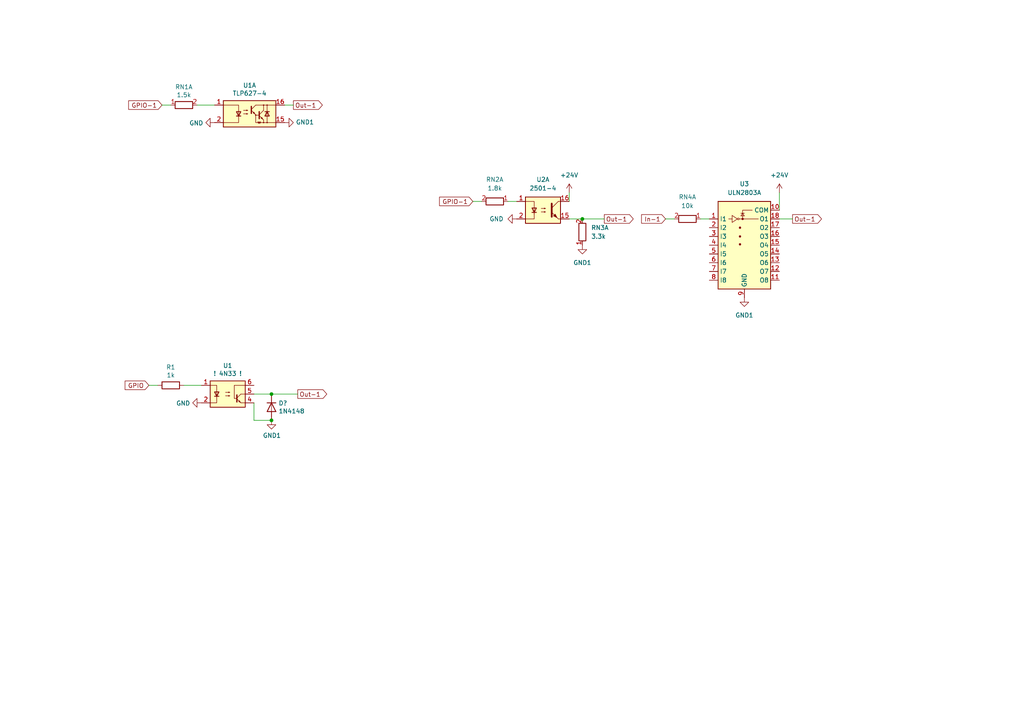
<source format=kicad_sch>
(kicad_sch (version 20230121) (generator eeschema)
  (paper "A4")
  (lib_symbols
    (symbol "Device:R" (pin_numbers hide) (pin_names (offset 0))
      (property "Reference" "R" (at 2.032 0 90))
      (property "Value" "R" (at 0 0 90))
      (symbol "R_0_1"
        (rectangle (start -1.016 -2.54) (end 1.016 2.54) (stroke (width 0.254)))
      )
      (symbol "R_1_1"
        (pin passive line (at 0 3.81 270) (length 1.27) (name "~") (number "1"))
        (pin passive line (at 0 -3.81 90) (length 1.27) (name "~") (number "2"))
      )
    )
    (symbol "Device:R_Network04_Split" (pin_names (offset 0) hide)
      (property "Reference" "RN" (at 2.032 0 90))
      (property "Value" "R_Network04_Split" (at 0 0 90))
      (symbol "R_Network04_Split_0_1"
        (rectangle (start 1.016 2.54) (end -1.016 -2.54) (stroke (width 0.254)))
        (pin passive line (at 0 3.81 270) (length 1.27) (name "R1") (number "1"))
      )
      (symbol "R_Network04_Split_1_1"
        (pin passive line (at 0 -3.81 90) (length 1.27) (name "R1.2") (number "2"))
      )
      (symbol "R_Network04_Split_2_1"
        (pin passive line (at 0 -3.81 90) (length 1.27) (name "R2.2") (number "3"))
      )
      (symbol "R_Network04_Split_3_1"
        (pin passive line (at 0 -3.81 90) (length 1.27) (name "R3.2") (number "4"))
      )
      (symbol "R_Network04_Split_4_1"
        (pin passive line (at 0 -3.81 90) (length 1.27) (name "R4.2") (number "5"))
      )
    )
    (symbol "Device:R_Pack04_SIP_Split" (pin_names (offset 0) hide)
      (property "Reference" "RN" (at 2.032 0 90))
      (property "Value" "R_Pack04_SIP_Split" (at 0 0 90))
      (symbol "R_Pack04_SIP_Split_0_1"
        (rectangle (start 1.016 2.54) (end -1.016 -2.54) (stroke (width 0.254)))
      )
      (symbol "R_Pack04_SIP_Split_1_1"
        (pin passive line (at 0 -3.81 90) (length 1.27) (name "R1.1") (number "1"))
        (pin passive line (at 0 3.81 270) (length 1.27) (name "R1.2") (number "2"))
      )
      (symbol "R_Pack04_SIP_Split_2_1"
        (pin passive line (at 0 -3.81 90) (length 1.27) (name "R2.1") (number "3"))
        (pin passive line (at 0 3.81 270) (length 1.27) (name "R2.2") (number "4"))
      )
      (symbol "R_Pack04_SIP_Split_3_1"
        (pin passive line (at 0 -3.81 90) (length 1.27) (name "R3.1") (number "5"))
        (pin passive line (at 0 3.81 270) (length 1.27) (name "R3.2") (number "6"))
      )
      (symbol "R_Pack04_SIP_Split_4_1"
        (pin passive line (at 0 -3.81 90) (length 1.27) (name "R4.1") (number "7"))
        (pin passive line (at 0 3.81 270) (length 1.27) (name "R4.2") (number "8"))
      )
    )
    (symbol "Diode:1N4148" (pin_numbers hide) (pin_names hide)
      (property "Reference" "D" (at 0 2.54 0))
      (property "Value" "1N4148" (at 0 -2.54 0))
      (symbol "1N4148_0_1"
        (polyline (pts (xy -1.27 1.27) (xy -1.27 -1.27)) (stroke (width 0.254)))
        (polyline (pts (xy 1.27 0) (xy -1.27 0)))
        (polyline (pts (xy 1.27 1.27) (xy 1.27 -1.27) (xy -1.27 0) (xy 1.27 1.27)) (stroke (width 0.254)))
      )
      (symbol "1N4148_1_1"
        (pin passive line (at -3.81 0 0) (length 2.54) (name "K") (number "1"))
        (pin passive line (at 3.81 0 180) (length 2.54) (name "A") (number "2"))
      )
    )
    (symbol "Isolator:4N28" (pin_names (offset 1.016))
      (property "Reference" "U" (at -5.08 5.08 0))
      (property "Value" "4N28" (at 0 5.08 0))
      (symbol "4N28_0_1"
        (rectangle (start -5.08 3.81) (end 5.08 -3.81) (stroke (width 0.254)) (fill (type background)))
        (polyline (pts (xy -3.81 -0.635) (xy -2.54 -0.635)) (stroke (width 0.254)))
        (polyline (pts (xy 2.667 -1.397) (xy 3.81 -2.54)))
        (polyline (pts (xy 2.667 -1.143) (xy 3.81 0)))
        (polyline (pts (xy 3.81 -2.54) (xy 5.08 -2.54)))
        (polyline (pts (xy 3.81 0) (xy 5.08 0)))
        (polyline (pts (xy 2.667 -0.254) (xy 2.667 -2.286) (xy 2.667 -2.286)) (stroke (width 0.3556)))
        (polyline (pts (xy -5.08 -2.54) (xy -3.175 -2.54) (xy -3.175 2.54) (xy -5.08 2.54)))
        (polyline (pts (xy -3.175 -0.635) (xy -3.81 0.635) (xy -2.54 0.635) (xy -3.175 -0.635)) (stroke (width 0.254)))
        (polyline (pts (xy 3.683 -2.413) (xy 3.429 -1.905) (xy 3.175 -2.159) (xy 3.683 -2.413)))
        (polyline (pts (xy 5.08 2.54) (xy 1.905 2.54) (xy 1.905 -1.27) (xy 2.54 -1.27)))
        (polyline (pts (xy -0.635 -0.508) (xy 0.635 -0.508) (xy 0.254 -0.635) (xy 0.254 -0.381) (xy 0.635 -0.508)))
        (polyline (pts (xy -0.635 0.508) (xy 0.635 0.508) (xy 0.254 0.381) (xy 0.254 0.635) (xy 0.635 0.508)))
      )
      (symbol "4N28_1_1"
        (pin passive line (at -7.62 2.54 0) (length 2.54) (name "~") (number "1"))
        (pin passive line (at -7.62 -2.54 0) (length 2.54) (name "~") (number "2"))
        (pin no_connect line (at -5.08 0 0) (length 2.54) hide (name "NC") (number "3"))
        (pin passive line (at 7.62 -2.54 180) (length 2.54) (name "~") (number "4"))
        (pin passive line (at 7.62 0 180) (length 2.54) (name "~") (number "5"))
        (pin passive line (at 7.62 2.54 180) (length 2.54) (name "~") (number "6"))
      )
    )
    (symbol "Isolator:PC847" (pin_names (offset 1.016))
      (property "Reference" "U" (at -5.08 5.08 0))
      (property "Value" "PC847" (at 0 5.08 0))
      (symbol "PC847_0_1"
        (rectangle (start -5.08 3.81) (end 5.08 -3.81) (stroke (width 0.254)) (fill (type background)))
        (polyline (pts (xy -3.175 -0.635) (xy -1.905 -0.635)) (stroke (width 0.254)))
        (polyline (pts (xy 2.54 0.635) (xy 4.445 2.54)))
        (polyline (pts (xy 4.445 -2.54) (xy 2.54 -0.635)) (fill (type outline)))
        (polyline (pts (xy 4.445 -2.54) (xy 5.08 -2.54)))
        (polyline (pts (xy 4.445 2.54) (xy 5.08 2.54)))
        (polyline (pts (xy -2.54 -0.635) (xy -2.54 -2.54) (xy -5.08 -2.54)))
        (polyline (pts (xy 2.54 1.905) (xy 2.54 -1.905) (xy 2.54 -1.905)) (stroke (width 0.508)))
        (polyline (pts (xy -5.08 2.54) (xy -2.54 2.54) (xy -2.54 -1.27) (xy -2.54 0.635)))
        (polyline (pts (xy -2.54 -0.635) (xy -3.175 0.635) (xy -1.905 0.635) (xy -2.54 -0.635)) (stroke (width 0.254)))
        (polyline (pts (xy -0.508 -0.508) (xy 0.762 -0.508) (xy 0.381 -0.635) (xy 0.381 -0.381) (xy 0.762 -0.508)))
        (polyline (pts (xy -0.508 0.508) (xy 0.762 0.508) (xy 0.381 0.381) (xy 0.381 0.635) (xy 0.762 0.508)))
        (polyline (pts (xy 3.048 -1.651) (xy 3.556 -1.143) (xy 4.064 -2.159) (xy 3.048 -1.651) (xy 3.048 -1.651)) (fill (type outline)))
      )
      (symbol "PC847_1_1"
        (pin passive line (at -7.62 2.54 0) (length 2.54) (name "~") (number "1"))
        (pin passive line (at 7.62 -2.54 180) (length 2.54) (name "~") (number "15"))
        (pin passive line (at 7.62 2.54 180) (length 2.54) (name "~") (number "16"))
        (pin passive line (at -7.62 -2.54 0) (length 2.54) (name "~") (number "2"))
      )
      (symbol "PC847_2_1"
        (pin passive line (at 7.62 -2.54 180) (length 2.54) (name "~") (number "13"))
        (pin passive line (at 7.62 2.54 180) (length 2.54) (name "~") (number "14"))
        (pin passive line (at -7.62 2.54 0) (length 2.54) (name "~") (number "3"))
        (pin passive line (at -7.62 -2.54 0) (length 2.54) (name "~") (number "4"))
      )
      (symbol "PC847_3_1"
        (pin passive line (at 7.62 -2.54 180) (length 2.54) (name "~") (number "11"))
        (pin passive line (at 7.62 2.54 180) (length 2.54) (name "~") (number "12"))
        (pin passive line (at -7.62 2.54 0) (length 2.54) (name "~") (number "5"))
        (pin passive line (at -7.62 -2.54 0) (length 2.54) (name "~") (number "6"))
      )
      (symbol "PC847_4_1"
        (pin passive line (at 7.62 2.54 180) (length 2.54) (name "~") (number "10"))
        (pin passive line (at -7.62 2.54 0) (length 2.54) (name "~") (number "7"))
        (pin passive line (at -7.62 -2.54 0) (length 2.54) (name "~") (number "8"))
        (pin passive line (at 7.62 -2.54 180) (length 2.54) (name "~") (number "9"))
      )
    )
    (symbol "Isolator:TLP627-4" (pin_names (offset 1.016))
      (property "Reference" "U" (at -7.62 5.08 0))
      (property "Value" "TLP627-4" (at 0 5.08 0))
      (symbol "TLP627-4_0_1"
        (rectangle (start -7.62 3.81) (end 7.62 -3.81) (stroke (width 0.254)) (fill (type background)))
        (polyline (pts (xy -3.81 -0.635) (xy -2.54 -0.635)) (stroke (width 0.254)))
        (polyline (pts (xy 0.508 1.016) (xy 1.778 -0.254)))
        (polyline (pts (xy 0.508 1.27) (xy 1.778 2.54)))
        (polyline (pts (xy 0.508 2.159) (xy 0.508 0.127)) (stroke (width 0.3556)))
        (polyline (pts (xy 1.778 2.54) (xy 7.62 2.54)))
        (polyline (pts (xy 2.794 -0.508) (xy 4.064 -1.778)))
        (polyline (pts (xy 2.794 -0.381) (xy 1.778 -0.381)))
        (polyline (pts (xy 2.794 -0.254) (xy 4.064 1.016)))
        (polyline (pts (xy 4.064 -2.54) (xy 7.62 -2.54)))
        (polyline (pts (xy 4.064 -1.778) (xy 4.064 -2.54)))
        (polyline (pts (xy 4.064 1.016) (xy 4.064 2.54)))
        (polyline (pts (xy 4.445 0.635) (xy 5.715 0.635)) (stroke (width 0.254)))
        (polyline (pts (xy 5.08 0.635) (xy 5.08 -2.54)))
        (polyline (pts (xy 5.08 0.635) (xy 5.08 2.54)))
        (polyline (pts (xy -7.62 2.54) (xy -3.175 2.54) (xy -3.175 -0.635)))
        (polyline (pts (xy -3.175 -0.635) (xy -3.175 -2.54) (xy -7.62 -2.54)))
        (polyline (pts (xy 2.794 0.635) (xy 2.794 -1.397) (xy 2.794 -1.397)) (stroke (width 0.3556)))
        (polyline (pts (xy -3.175 -0.635) (xy -3.81 0.635) (xy -2.54 0.635) (xy -3.175 -0.635)) (stroke (width 0.254)))
        (polyline (pts (xy 1.524 0) (xy 1.27 0.508) (xy 1.016 0.254) (xy 1.524 0)))
        (polyline (pts (xy 3.81 -1.524) (xy 3.556 -1.016) (xy 3.302 -1.27) (xy 3.81 -1.524)))
        (polyline (pts (xy 5.08 0.635) (xy 4.445 -0.635) (xy 5.715 -0.635) (xy 5.08 0.635)) (stroke (width 0.254)))
        (polyline (pts (xy -1.778 0) (xy -0.508 0) (xy -0.889 -0.127) (xy -0.889 0.127) (xy -0.508 0)))
        (polyline (pts (xy -1.778 1.016) (xy -0.508 1.016) (xy -0.889 0.889) (xy -0.889 1.143) (xy -0.508 1.016)))
        (polyline (pts (xy 1.778 -0.254) (xy 1.778 -2.54) (xy 2.286 -2.54) (xy 2.413 -2.286) (xy 2.54 -2.794) (xy 2.667 -2.286) (xy 2.794 -2.794) (xy 2.921 -2.286) (xy 3.048 -2.794) (xy 3.175 -2.286) (xy 3.302 -2.54) (xy 4.064 -2.54)))
        (circle (center 1.778 -0.381) (radius 0.127))
        (circle (center 4.064 -2.54) (radius 0.127))
        (circle (center 4.064 2.54) (radius 0.127))
        (circle (center 5.08 -2.54) (radius 0.127))
        (circle (center 5.08 2.54) (radius 0.127))
      )
      (symbol "TLP627-4_1_1"
        (pin passive line (at -10.16 2.54 0) (length 2.54) (name "~") (number "1"))
        (pin passive line (at 10.16 -2.54 180) (length 2.54) (name "~") (number "15"))
        (pin passive line (at 10.16 2.54 180) (length 2.54) (name "~") (number "16"))
        (pin passive line (at -10.16 -2.54 0) (length 2.54) (name "~") (number "2"))
      )
      (symbol "TLP627-4_2_1"
        (pin passive line (at 10.16 -2.54 180) (length 2.54) (name "~") (number "13"))
        (pin passive line (at 10.16 2.54 180) (length 2.54) (name "~") (number "14"))
        (pin passive line (at -10.16 2.54 0) (length 2.54) (name "~") (number "3"))
        (pin passive line (at -10.16 -2.54 0) (length 2.54) (name "~") (number "4"))
      )
      (symbol "TLP627-4_3_1"
        (pin passive line (at 10.16 -2.54 180) (length 2.54) (name "~") (number "11"))
        (pin passive line (at 10.16 2.54 180) (length 2.54) (name "~") (number "12"))
        (pin passive line (at -10.16 2.54 0) (length 2.54) (name "~") (number "5"))
        (pin passive line (at -10.16 -2.54 0) (length 2.54) (name "~") (number "6"))
      )
      (symbol "TLP627-4_4_1"
        (pin passive line (at 10.16 2.54 180) (length 2.54) (name "~") (number "10"))
        (pin passive line (at -10.16 2.54 0) (length 2.54) (name "~") (number "7"))
        (pin passive line (at -10.16 -2.54 0) (length 2.54) (name "~") (number "8"))
        (pin passive line (at 10.16 -2.54 180) (length 2.54) (name "~") (number "9"))
      )
    )
    (symbol "Transistor_Array:ULN2803A"
      (property "Reference" "U" (at 0 13.335 0))
      (property "Value" "ULN2803A" (at 0 11.43 0))
      (symbol "ULN2803A_0_1"
        (rectangle (start -7.62 -15.24) (end 7.62 10.16) (stroke (width 0.254)) (fill (type background)))
        (circle (center -1.778 5.08) (radius 0.254))
        (circle (center -1.27 -2.286) (radius 0.254) (fill (type outline)))
        (circle (center -1.27 0) (radius 0.254) (fill (type outline)))
        (circle (center -1.27 2.54) (radius 0.254) (fill (type outline)))
        (circle (center -0.508 5.08) (radius 0.254) (fill (type outline)))
        (polyline (pts (xy -4.572 5.08) (xy -3.556 5.08)))
        (polyline (pts (xy -1.524 5.08) (xy 4.064 5.08)))
        (polyline (pts (xy 0 6.731) (xy -1.016 6.731)))
        (polyline (pts (xy -0.508 5.08) (xy -0.508 7.62) (xy 2.286 7.62)))
        (polyline (pts (xy -3.556 6.096) (xy -3.556 4.064) (xy -2.032 5.08) (xy -3.556 6.096)))
        (polyline (pts (xy 0 5.969) (xy -1.016 5.969) (xy -0.508 6.731) (xy 0 5.969)))
      )
      (symbol "ULN2803A_1_1"
        (pin input line (at -10.16 5.08 0) (length 2.54) (name "I1") (number "1"))
        (pin passive line (at 10.16 7.62 180) (length 2.54) (name "COM") (number "10"))
        (pin open_collector line (at 10.16 -12.7 180) (length 2.54) (name "O8") (number "11"))
        (pin open_collector line (at 10.16 -10.16 180) (length 2.54) (name "O7") (number "12"))
        (pin open_collector line (at 10.16 -7.62 180) (length 2.54) (name "O6") (number "13"))
        (pin open_collector line (at 10.16 -5.08 180) (length 2.54) (name "O5") (number "14"))
        (pin open_collector line (at 10.16 -2.54 180) (length 2.54) (name "O4") (number "15"))
        (pin open_collector line (at 10.16 0 180) (length 2.54) (name "O3") (number "16"))
        (pin open_collector line (at 10.16 2.54 180) (length 2.54) (name "O2") (number "17"))
        (pin open_collector line (at 10.16 5.08 180) (length 2.54) (name "O1") (number "18"))
        (pin input line (at -10.16 2.54 0) (length 2.54) (name "I2") (number "2"))
        (pin input line (at -10.16 0 0) (length 2.54) (name "I3") (number "3"))
        (pin input line (at -10.16 -2.54 0) (length 2.54) (name "I4") (number "4"))
        (pin input line (at -10.16 -5.08 0) (length 2.54) (name "I5") (number "5"))
        (pin input line (at -10.16 -7.62 0) (length 2.54) (name "I6") (number "6"))
        (pin input line (at -10.16 -10.16 0) (length 2.54) (name "I7") (number "7"))
        (pin input line (at -10.16 -12.7 0) (length 2.54) (name "I8") (number "8"))
        (pin power_in line (at 0 -17.78 90) (length 2.54) (name "GND") (number "9"))
      )
    )
    (symbol "power:+24V" (power) (pin_names (offset 0))
      (property "Value" "+24V" (at 0 3.556 0))
      (symbol "+24V_0_1"
        (polyline (pts (xy -0.762 1.27) (xy 0 2.54)))
        (polyline (pts (xy 0 0) (xy 0 2.54)))
        (polyline (pts (xy 0 2.54) (xy 0.762 1.27)))
      )
      (symbol "+24V_1_1"
        (pin power_in line (at 0 0 90) (length 0) hide (name "+24V") (number "1"))
      )
    )
    (symbol "power:GND" (power) (pin_names (offset 0))
      (property "Value" "GND" (at 0 -3.81 0))
      (symbol "GND_0_1"
        (polyline (pts (xy 0 0) (xy 0 -1.27) (xy 1.27 -1.27) (xy 0 -2.54) (xy -1.27 -1.27) (xy 0 -1.27)))
      )
      (symbol "GND_1_1"
        (pin power_in line (at 0 0 270) (length 0) hide (name "GND") (number "1"))
      )
    )
    (symbol "power:GND1" (power) (pin_names (offset 0))
      (property "Value" "GND1" (at 0 -3.81 0))
      (symbol "GND1_0_1"
        (polyline (pts (xy 0 0) (xy 0 -1.27) (xy 1.27 -1.27) (xy 0 -2.54) (xy -1.27 -1.27) (xy 0 -1.27)))
      )
      (symbol "GND1_1_1"
        (pin power_in line (at 0 0 270) (length 0) hide (name "GND1") (number "1"))
      )
    )
  )
  (junction (at 78.74 114.3))
  (junction (at 78.74 121.92))
  (junction (at 168.91 63.5))
  (wire (pts (xy 147.32 58.42) (xy 149.86 58.42)))
  (wire (pts (xy 137.16 58.42) (xy 139.7 58.42)))
  (wire (pts (xy 46.99 30.48) (xy 49.53 30.48)))
  (wire (pts (xy 165.1 63.5) (xy 168.91 63.5)))
  (wire (pts (xy 78.74 114.3) (xy 86.36 114.3)))
  (wire (pts (xy 57.15 30.48) (xy 62.23 30.48)))
  (wire (pts (xy 53.34 111.76) (xy 58.42 111.76)))
  (wire (pts (xy 165.1 55.88) (xy 165.1 58.42)))
  (wire (pts (xy 73.66 114.3) (xy 78.74 114.3)))
  (wire (pts (xy 73.66 121.92) (xy 73.66 116.84)))
  (wire (pts (xy 73.66 121.92) (xy 78.74 121.92)))
  (wire (pts (xy 193.04 63.5) (xy 195.58 63.5)))
  (wire (pts (xy 226.06 63.5) (xy 229.87 63.5)))
  (wire (pts (xy 203.2 63.5) (xy 205.74 63.5)))
  (wire (pts (xy 43.18 111.76) (xy 45.72 111.76)))
  (wire (pts (xy 82.55 30.48) (xy 85.09 30.48)))
  (wire (pts (xy 226.06 55.88) (xy 226.06 60.96)))
  (wire (pts (xy 168.91 63.5) (xy 175.26 63.5)))
  (global_label "GPIO-1" (shape input) (at 137.16 58.42 180) (property "Intersheetrefs" "${INTERSHEET_REFS}" (effects hide)))
  (global_label "Out-1" (shape output) (at 175.26 63.5 0) (property "Intersheetrefs" "${INTERSHEET_REFS}" (effects hide)))
  (global_label "Out-1" (shape output) (at 229.87 63.5 0) (property "Intersheetrefs" "${INTERSHEET_REFS}" (effects hide)))
  (global_label "Out-1" (shape output) (at 85.09 30.48 0) (property "Intersheetrefs" "${INTERSHEET_REFS}" (effects hide)))
  (global_label "In-1" (shape input) (at 193.04 63.5 180) (property "Intersheetrefs" "${INTERSHEET_REFS}" (effects hide)))
  (global_label "Out-1" (shape output) (at 86.36 114.3 0) (property "Intersheetrefs" "${INTERSHEET_REFS}" (effects hide)))
  (global_label "GPIO-1" (shape input) (at 46.99 30.48 180) (property "Intersheetrefs" "${INTERSHEET_REFS}" (effects hide)))
  (global_label "GPIO" (shape input) (at 43.18 111.76 180) (property "Intersheetrefs" "${INTERSHEET_REFS}" (effects hide)))
  (symbol (lib_id "Isolator:TLP627-4") (at 72.39 33.02 0) (unit 1)
    (property "Reference" "U1" (at 72.39 24.765 0))
    (property "Value" "TLP627-4" (at 72.39 27.0764 0))
    (property "Footprint" "Package_DIP:DIP-16_W7.62mm" (effects hide))
    (property "Datasheet" "https://toshiba.semicon-storage.com/info/docget.jsp?did=16914&prodName=TLP627" (effects hide))
  )
  (symbol (lib_id "power:GND") (at 62.23 35.56 270) (unit 1)
    (property "Reference" "#PWR?" (effects hide))
    (property "Value" "GND" (at 58.9788 35.687 90) (effects (justify right)))
  )
  (symbol (lib_id "power:GND1") (at 82.55 35.56 90) (unit 1)
    (property "Reference" "#PWR?" (effects hide))
    (property "Value" "GND1" (at 85.8012 35.433 90) (effects (justify right)))
  )
  (symbol (lib_id "Device:R_Pack04_SIP_Split") (at 53.34 30.48 270) (unit 1)
    (property "Reference" "RN1" (at 53.34 25.2222 90))
    (property "Value" "1.5k" (at 53.34 27.5336 90))
    (property "Footprint" "Resistor_THT:R_Array_SIP8" (effects hide))
    (property "Datasheet" "http://www.vishay.com/docs/31509/csc.pdf" (effects hide))
  )
  (symbol (lib_id "power:GND") (at 58.42 116.84 270) (unit 1)
    (property "Reference" "#PWR?" (effects hide))
    (property "Value" "GND" (at 55.1688 116.967 90) (effects (justify right)))
  )
  (symbol (lib_id "power:GND1") (at 78.74 121.92 0) (unit 1)
    (property "Reference" "#PWR?" (effects hide))
    (property "Value" "GND1" (at 78.867 126.3142 0))
  )
  (symbol (lib_id "Isolator:4N28") (at 66.04 114.3 0) (unit 1)
    (property "Reference" "U1" (at 66.04 106.045 0))
    (property "Value" "! 4N33 !" (at 66.04 108.3564 0))
    (property "Footprint" "Package_DIP:DIP-6_W7.62mm" (effects hide))
    (property "Datasheet" "https://www.vishay.com/docs/83725/4n25.pdf" (effects hide))
  )
  (symbol (lib_id "Diode:1N4148") (at 78.74 118.11 270) (unit 1)
    (property "Reference" "D?" (at 80.772 116.9416 90) (effects (justify left)))
    (property "Value" "1N4148" (at 80.772 119.253 90) (effects (justify left)))
    (property "Footprint" "Diode_THT:D_DO-35_SOD27_P7.62mm_Horizontal" (effects hide))
    (property "Datasheet" "https://assets.nexperia.com/documents/data-sheet/1N4148_1N4448.pdf" (effects hide))
  )
  (symbol (lib_id "Device:R") (at 49.53 111.76 270) (unit 1)
    (property "Reference" "R1" (at 49.53 106.5022 90))
    (property "Value" "1k" (at 49.53 108.8136 90))
  )
  (symbol (lib_id "power:GND") (at 149.86 63.5 270) (unit 1)
    (property "Reference" "#PWR02" (effects hide))
    (property "Value" "GND" (at 146.05 63.5 90) (effects (justify right)))
  )
  (symbol (lib_id "Isolator:PC847") (at 157.48 60.96 0) (unit 1)
    (property "Reference" "U2" (at 157.48 52.07 0))
    (property "Value" "2501-4" (at 157.48 54.61 0))
    (property "Footprint" "Package_DIP:DIP-16_W7.62mm" (effects hide))
    (property "Datasheet" "http://www.soselectronic.cz/a_info/resource/d/pc817.pdf" (effects hide))
  )
  (symbol (lib_id "Device:R_Network04_Split") (at 168.91 67.31 180) (unit 1)
    (property "Reference" "RN3" (at 171.45 66.04 0) (effects (justify right)))
    (property "Value" "3.3k" (at 171.45 68.58 0) (effects (justify right)))
    (property "Footprint" "Resistor_THT:R_Array_SIP5" (effects hide))
    (property "Datasheet" "http://www.vishay.com/docs/31509/csc.pdf" (effects hide))
  )
  (symbol (lib_id "Device:R_Pack04_SIP_Split") (at 199.39 63.5 90) (unit 1)
    (property "Reference" "RN4" (at 199.39 57.15 90))
    (property "Value" "10k" (at 199.39 59.69 90))
    (property "Footprint" "Resistor_THT:R_Array_SIP8" (effects hide))
    (property "Datasheet" "http://www.vishay.com/docs/31509/csc.pdf" (effects hide))
  )
  (symbol (lib_id "Transistor_Array:ULN2803A") (at 215.9 68.58 0) (unit 1)
    (property "Reference" "U3" (at 215.9 53.34 0))
    (property "Value" "ULN2803A" (at 215.9 55.88 0))
    (property "Datasheet" "http://www.ti.com/lit/ds/symlink/uln2803a.pdf" (effects hide))
  )
  (symbol (lib_id "power:GND1") (at 215.9 86.36 0) (unit 1)
    (property "Reference" "#PWR04" (effects hide))
    (property "Value" "GND1" (at 215.9 91.44 0))
  )
  (symbol (lib_id "power:GND1") (at 168.91 71.12 0) (unit 1)
    (property "Reference" "#PWR03" (effects hide))
    (property "Value" "GND1" (at 168.91 76.2 0))
  )
  (symbol (lib_id "power:+24V") (at 226.06 55.88 0) (unit 1)
    (property "Reference" "#PWR05" (effects hide))
    (property "Value" "+24V" (at 226.06 50.8 0))
  )
  (symbol (lib_id "Device:R_Pack04_SIP_Split") (at 143.51 58.42 90) (unit 1)
    (property "Reference" "RN2" (at 143.51 52.07 90))
    (property "Value" "1.8k" (at 143.51 54.61 90))
    (property "Footprint" "Resistor_THT:R_Array_SIP8" (effects hide))
    (property "Datasheet" "http://www.vishay.com/docs/31509/csc.pdf" (effects hide))
  )
  (symbol (lib_id "power:+24V") (at 165.1 55.88 0) (unit 1)
    (property "Reference" "#PWR01" (effects hide))
    (property "Value" "+24V" (at 165.1 50.8 0))
  )
)
</source>
